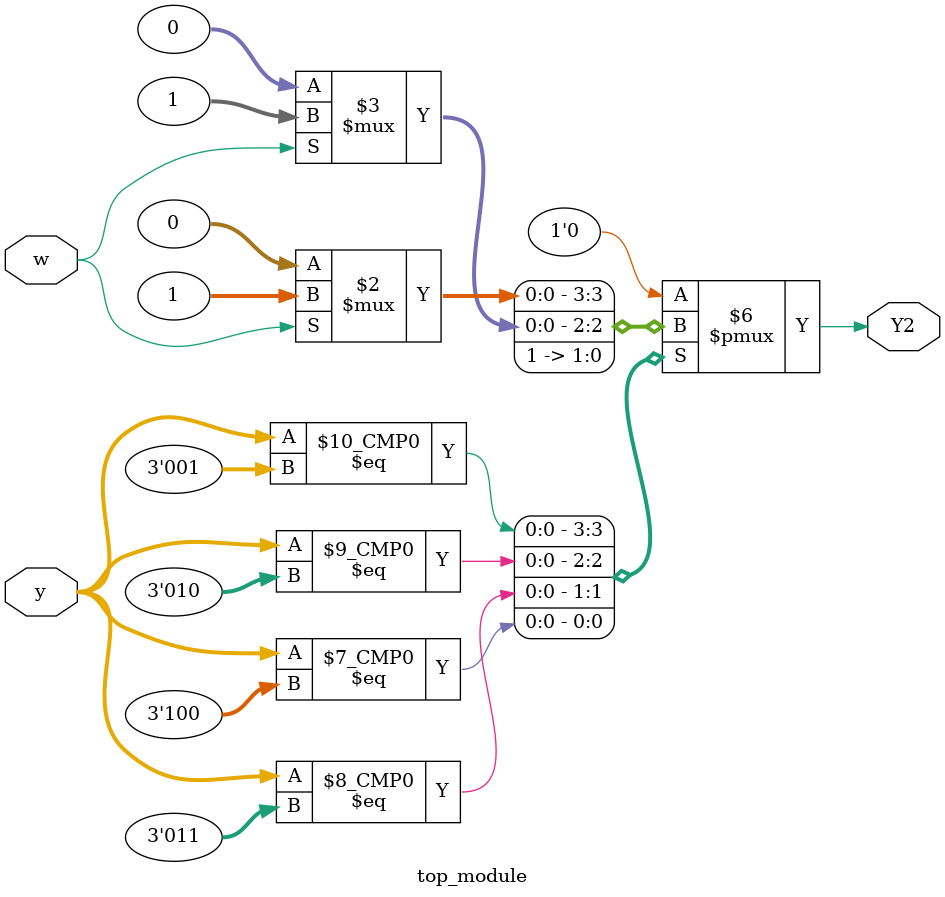
<source format=sv>
module top_module(
    input [3:1] y,
    input w,
    output reg Y2);

    always @(*) begin
        case (y)
            3'b000: Y2 = 0; // State A
            3'b001: Y2 = w ? 1 : 0; // State B
            3'b010: Y2 = w ? 1 : 0; // State C
            3'b011: Y2 = 1; // State D
            3'b100: Y2 = 1; // State E
            3'b101: Y2 = 0; // State F
            default: Y2 = 0; // Default case
        endcase
    end

endmodule

</source>
